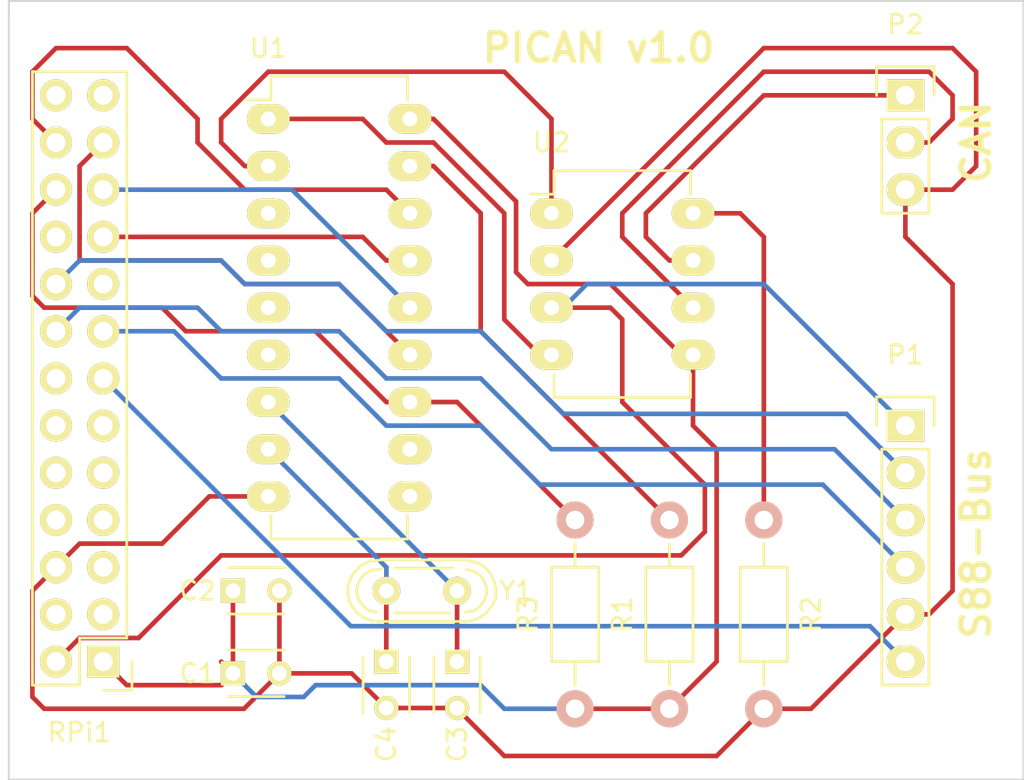
<source format=kicad_pcb>
(kicad_pcb (version 4) (host pcbnew 4.0.1-stable)

  (general
    (links 37)
    (no_connects 0)
    (area 99.706429 59.639999 154.990001 101.650001)
    (thickness 1.6)
    (drawings 9)
    (tracks 174)
    (zones 0)
    (modules 13)
    (nets 21)
  )

  (page A4)
  (layers
    (0 F.Cu signal)
    (31 B.Cu signal)
    (32 B.Adhes user)
    (33 F.Adhes user)
    (34 B.Paste user)
    (35 F.Paste user)
    (36 B.SilkS user)
    (37 F.SilkS user)
    (38 B.Mask user)
    (39 F.Mask user)
    (40 Dwgs.User user)
    (41 Cmts.User user)
    (42 Eco1.User user)
    (43 Eco2.User user)
    (44 Edge.Cuts user)
    (45 Margin user)
    (46 B.CrtYd user)
    (47 F.CrtYd user)
    (48 B.Fab user)
    (49 F.Fab user)
  )

  (setup
    (last_trace_width 0.25)
    (trace_clearance 0.2)
    (zone_clearance 0.508)
    (zone_45_only no)
    (trace_min 0.2)
    (segment_width 0.2)
    (edge_width 0.1)
    (via_size 0.6)
    (via_drill 0.4)
    (via_min_size 0.4)
    (via_min_drill 0.3)
    (uvia_size 0.3)
    (uvia_drill 0.1)
    (uvias_allowed no)
    (uvia_min_size 0.2)
    (uvia_min_drill 0.1)
    (pcb_text_width 0.3)
    (pcb_text_size 1.5 1.5)
    (mod_edge_width 0.15)
    (mod_text_size 1 1)
    (mod_text_width 0.15)
    (pad_size 1.5 1.5)
    (pad_drill 0.6)
    (pad_to_mask_clearance 0)
    (aux_axis_origin 0 0)
    (visible_elements 7FFFFFFF)
    (pcbplotparams
      (layerselection 0x010f0_80000001)
      (usegerberextensions false)
      (excludeedgelayer true)
      (linewidth 0.100000)
      (plotframeref false)
      (viasonmask false)
      (mode 1)
      (useauxorigin false)
      (hpglpennumber 1)
      (hpglpenspeed 20)
      (hpglpendiameter 15)
      (hpglpenoverlay 2)
      (psnegative false)
      (psa4output false)
      (plotreference true)
      (plotvalue true)
      (plotinvisibletext false)
      (padsonsilk false)
      (subtractmaskfromsilk false)
      (outputformat 1)
      (mirror false)
      (drillshape 0)
      (scaleselection 1)
      (outputdirectory gerber/))
  )

  (net 0 "")
  (net 1 +3V3)
  (net 2 GND)
  (net 3 "Net-(C3-Pad1)")
  (net 4 "Net-(C4-Pad1)")
  (net 5 +5V)
  (net 6 /S88_RESET)
  (net 7 /S88_PS)
  (net 8 /S88_CLOCK)
  (net 9 /S88_DATA)
  (net 10 "Net-(P2-Pad1)")
  (net 11 "Net-(P2-Pad2)")
  (net 12 "Net-(R1-Pad2)")
  (net 13 "Net-(R2-Pad1)")
  (net 14 /SPI_MISO)
  (net 15 /SPI_MOSI)
  (net 16 /SPI_CLK)
  (net 17 /SPI_CS)
  (net 18 "Net-(U1-Pad1)")
  (net 19 "Net-(R3-Pad1)")
  (net 20 "Net-(U1-Pad2)")

  (net_class Default "Dies ist die voreingestellte Netzklasse."
    (clearance 0.2)
    (trace_width 0.25)
    (via_dia 0.6)
    (via_drill 0.4)
    (uvia_dia 0.3)
    (uvia_drill 0.1)
    (add_net +3V3)
    (add_net +5V)
    (add_net /S88_CLOCK)
    (add_net /S88_DATA)
    (add_net /S88_PS)
    (add_net /S88_RESET)
    (add_net /SPI_CLK)
    (add_net /SPI_CS)
    (add_net /SPI_MISO)
    (add_net /SPI_MOSI)
    (add_net GND)
    (add_net "Net-(C3-Pad1)")
    (add_net "Net-(C4-Pad1)")
    (add_net "Net-(P2-Pad1)")
    (add_net "Net-(P2-Pad2)")
    (add_net "Net-(R1-Pad2)")
    (add_net "Net-(R2-Pad1)")
    (add_net "Net-(R3-Pad1)")
    (add_net "Net-(U1-Pad1)")
    (add_net "Net-(U1-Pad2)")
  )

  (module Capacitors_ThroughHole:C_Disc_D3_P2.5 (layer F.Cu) (tedit 5697AFD7) (tstamp 5697AE96)
    (at 112.395 95.885)
    (descr "Capacitor 3mm Disc, Pitch 2.5mm")
    (tags Capacitor)
    (path /5696C3C5)
    (fp_text reference C1 (at -1.905 0) (layer F.SilkS)
      (effects (font (size 1 1) (thickness 0.15)))
    )
    (fp_text value 100nF (at 1.25 2.5) (layer F.Fab)
      (effects (font (size 1 1) (thickness 0.15)))
    )
    (fp_line (start -0.9 -1.5) (end 3.4 -1.5) (layer F.CrtYd) (width 0.05))
    (fp_line (start 3.4 -1.5) (end 3.4 1.5) (layer F.CrtYd) (width 0.05))
    (fp_line (start 3.4 1.5) (end -0.9 1.5) (layer F.CrtYd) (width 0.05))
    (fp_line (start -0.9 1.5) (end -0.9 -1.5) (layer F.CrtYd) (width 0.05))
    (fp_line (start -0.25 -1.25) (end 2.75 -1.25) (layer F.SilkS) (width 0.15))
    (fp_line (start 2.75 1.25) (end -0.25 1.25) (layer F.SilkS) (width 0.15))
    (pad 1 thru_hole rect (at 0 0) (size 1.3 1.3) (drill 0.8) (layers *.Cu *.Mask F.SilkS)
      (net 1 +3V3))
    (pad 2 thru_hole circle (at 2.5 0) (size 1.3 1.3) (drill 0.8001) (layers *.Cu *.Mask F.SilkS)
      (net 2 GND))
    (model Capacitors_ThroughHole.3dshapes/C_Disc_D3_P2.5.wrl
      (at (xyz 0.0492126 0 0))
      (scale (xyz 1 1 1))
      (rotate (xyz 0 0 0))
    )
  )

  (module Pin_Headers:Pin_Header_Straight_2x13 (layer F.Cu) (tedit 5697AFED) (tstamp 5697AF3B)
    (at 105.41 95.25 180)
    (descr "Through hole pin header")
    (tags "pin header")
    (path /5697A18F)
    (fp_text reference RPi1 (at 1.27 -3.81 180) (layer F.SilkS)
      (effects (font (size 1 1) (thickness 0.15)))
    )
    (fp_text value RASPBERRY_IO (at 0 -3.1 180) (layer F.Fab)
      (effects (font (size 1 1) (thickness 0.15)))
    )
    (fp_line (start -1.75 -1.75) (end -1.75 32.25) (layer F.CrtYd) (width 0.05))
    (fp_line (start 4.3 -1.75) (end 4.3 32.25) (layer F.CrtYd) (width 0.05))
    (fp_line (start -1.75 -1.75) (end 4.3 -1.75) (layer F.CrtYd) (width 0.05))
    (fp_line (start -1.75 32.25) (end 4.3 32.25) (layer F.CrtYd) (width 0.05))
    (fp_line (start 3.81 -1.27) (end 3.81 31.75) (layer F.SilkS) (width 0.15))
    (fp_line (start -1.27 1.27) (end -1.27 31.75) (layer F.SilkS) (width 0.15))
    (fp_line (start 3.81 31.75) (end -1.27 31.75) (layer F.SilkS) (width 0.15))
    (fp_line (start 3.81 -1.27) (end 1.27 -1.27) (layer F.SilkS) (width 0.15))
    (fp_line (start 0 -1.55) (end -1.55 -1.55) (layer F.SilkS) (width 0.15))
    (fp_line (start 1.27 -1.27) (end 1.27 1.27) (layer F.SilkS) (width 0.15))
    (fp_line (start 1.27 1.27) (end -1.27 1.27) (layer F.SilkS) (width 0.15))
    (fp_line (start -1.55 -1.55) (end -1.55 0) (layer F.SilkS) (width 0.15))
    (pad 1 thru_hole rect (at 0 0 180) (size 1.7272 1.7272) (drill 1.016) (layers *.Cu *.Mask F.SilkS)
      (net 1 +3V3))
    (pad 2 thru_hole oval (at 2.54 0 180) (size 1.7272 1.7272) (drill 1.016) (layers *.Cu *.Mask F.SilkS)
      (net 5 +5V))
    (pad 3 thru_hole oval (at 0 2.54 180) (size 1.7272 1.7272) (drill 1.016) (layers *.Cu *.Mask F.SilkS))
    (pad 4 thru_hole oval (at 2.54 2.54 180) (size 1.7272 1.7272) (drill 1.016) (layers *.Cu *.Mask F.SilkS))
    (pad 5 thru_hole oval (at 0 5.08 180) (size 1.7272 1.7272) (drill 1.016) (layers *.Cu *.Mask F.SilkS))
    (pad 6 thru_hole oval (at 2.54 5.08 180) (size 1.7272 1.7272) (drill 1.016) (layers *.Cu *.Mask F.SilkS)
      (net 2 GND))
    (pad 7 thru_hole oval (at 0 7.62 180) (size 1.7272 1.7272) (drill 1.016) (layers *.Cu *.Mask F.SilkS))
    (pad 8 thru_hole oval (at 2.54 7.62 180) (size 1.7272 1.7272) (drill 1.016) (layers *.Cu *.Mask F.SilkS))
    (pad 9 thru_hole oval (at 0 10.16 180) (size 1.7272 1.7272) (drill 1.016) (layers *.Cu *.Mask F.SilkS))
    (pad 10 thru_hole oval (at 2.54 10.16 180) (size 1.7272 1.7272) (drill 1.016) (layers *.Cu *.Mask F.SilkS))
    (pad 11 thru_hole oval (at 0 12.7 180) (size 1.7272 1.7272) (drill 1.016) (layers *.Cu *.Mask F.SilkS))
    (pad 12 thru_hole oval (at 2.54 12.7 180) (size 1.7272 1.7272) (drill 1.016) (layers *.Cu *.Mask F.SilkS))
    (pad 13 thru_hole oval (at 0 15.24 180) (size 1.7272 1.7272) (drill 1.016) (layers *.Cu *.Mask F.SilkS)
      (net 9 /S88_DATA))
    (pad 14 thru_hole oval (at 2.54 15.24 180) (size 1.7272 1.7272) (drill 1.016) (layers *.Cu *.Mask F.SilkS))
    (pad 15 thru_hole oval (at 0 17.78 180) (size 1.7272 1.7272) (drill 1.016) (layers *.Cu *.Mask F.SilkS)
      (net 8 /S88_CLOCK))
    (pad 16 thru_hole oval (at 2.54 17.78 180) (size 1.7272 1.7272) (drill 1.016) (layers *.Cu *.Mask F.SilkS)
      (net 7 /S88_PS))
    (pad 17 thru_hole oval (at 0 20.32 180) (size 1.7272 1.7272) (drill 1.016) (layers *.Cu *.Mask F.SilkS))
    (pad 18 thru_hole oval (at 2.54 20.32 180) (size 1.7272 1.7272) (drill 1.016) (layers *.Cu *.Mask F.SilkS)
      (net 6 /S88_RESET))
    (pad 19 thru_hole oval (at 0 22.86 180) (size 1.7272 1.7272) (drill 1.016) (layers *.Cu *.Mask F.SilkS)
      (net 14 /SPI_MISO))
    (pad 20 thru_hole oval (at 2.54 22.86 180) (size 1.7272 1.7272) (drill 1.016) (layers *.Cu *.Mask F.SilkS))
    (pad 21 thru_hole oval (at 0 25.4 180) (size 1.7272 1.7272) (drill 1.016) (layers *.Cu *.Mask F.SilkS)
      (net 15 /SPI_MOSI))
    (pad 22 thru_hole oval (at 2.54 25.4 180) (size 1.7272 1.7272) (drill 1.016) (layers *.Cu *.Mask F.SilkS)
      (net 19 "Net-(R3-Pad1)"))
    (pad 23 thru_hole oval (at 0 27.94 180) (size 1.7272 1.7272) (drill 1.016) (layers *.Cu *.Mask F.SilkS)
      (net 16 /SPI_CLK))
    (pad 24 thru_hole oval (at 2.54 27.94 180) (size 1.7272 1.7272) (drill 1.016) (layers *.Cu *.Mask F.SilkS)
      (net 17 /SPI_CS))
    (pad 25 thru_hole oval (at 0 30.48 180) (size 1.7272 1.7272) (drill 1.016) (layers *.Cu *.Mask F.SilkS))
    (pad 26 thru_hole oval (at 2.54 30.48 180) (size 1.7272 1.7272) (drill 1.016) (layers *.Cu *.Mask F.SilkS))
    (model Pin_Headers.3dshapes/Pin_Header_Straight_2x13.wrl
      (at (xyz 0.05 -0.6 0))
      (scale (xyz 1 1 1))
      (rotate (xyz 0 0 90))
    )
  )

  (module Housings_DIP:DIP-18_W7.62mm_LongPads (layer F.Cu) (tedit 5697AFE9) (tstamp 5697AF5C)
    (at 114.3 66.04)
    (descr "18-lead dip package, row spacing 7.62 mm (300 mils), longer pads")
    (tags "dil dip 2.54 300")
    (path /5696BF61)
    (fp_text reference U1 (at 0 -3.81) (layer F.SilkS)
      (effects (font (size 1 1) (thickness 0.15)))
    )
    (fp_text value MCP2515 (at 0 -3.72) (layer F.Fab)
      (effects (font (size 1 1) (thickness 0.15)))
    )
    (fp_line (start -1.4 -2.45) (end -1.4 22.8) (layer F.CrtYd) (width 0.05))
    (fp_line (start 9 -2.45) (end 9 22.8) (layer F.CrtYd) (width 0.05))
    (fp_line (start -1.4 -2.45) (end 9 -2.45) (layer F.CrtYd) (width 0.05))
    (fp_line (start -1.4 22.8) (end 9 22.8) (layer F.CrtYd) (width 0.05))
    (fp_line (start 0.135 -2.295) (end 0.135 -1.025) (layer F.SilkS) (width 0.15))
    (fp_line (start 7.485 -2.295) (end 7.485 -1.025) (layer F.SilkS) (width 0.15))
    (fp_line (start 7.485 22.615) (end 7.485 21.345) (layer F.SilkS) (width 0.15))
    (fp_line (start 0.135 22.615) (end 0.135 21.345) (layer F.SilkS) (width 0.15))
    (fp_line (start 0.135 -2.295) (end 7.485 -2.295) (layer F.SilkS) (width 0.15))
    (fp_line (start 0.135 22.615) (end 7.485 22.615) (layer F.SilkS) (width 0.15))
    (fp_line (start 0.135 -1.025) (end -1.15 -1.025) (layer F.SilkS) (width 0.15))
    (pad 1 thru_hole oval (at 0 0) (size 2.3 1.6) (drill 0.8) (layers *.Cu *.Mask F.SilkS)
      (net 18 "Net-(U1-Pad1)"))
    (pad 2 thru_hole oval (at 0 2.54) (size 2.3 1.6) (drill 0.8) (layers *.Cu *.Mask F.SilkS)
      (net 20 "Net-(U1-Pad2)"))
    (pad 3 thru_hole oval (at 0 5.08) (size 2.3 1.6) (drill 0.8) (layers *.Cu *.Mask F.SilkS))
    (pad 4 thru_hole oval (at 0 7.62) (size 2.3 1.6) (drill 0.8) (layers *.Cu *.Mask F.SilkS))
    (pad 5 thru_hole oval (at 0 10.16) (size 2.3 1.6) (drill 0.8) (layers *.Cu *.Mask F.SilkS))
    (pad 6 thru_hole oval (at 0 12.7) (size 2.3 1.6) (drill 0.8) (layers *.Cu *.Mask F.SilkS))
    (pad 7 thru_hole oval (at 0 15.24) (size 2.3 1.6) (drill 0.8) (layers *.Cu *.Mask F.SilkS)
      (net 3 "Net-(C3-Pad1)"))
    (pad 8 thru_hole oval (at 0 17.78) (size 2.3 1.6) (drill 0.8) (layers *.Cu *.Mask F.SilkS)
      (net 4 "Net-(C4-Pad1)"))
    (pad 9 thru_hole oval (at 0 20.32) (size 2.3 1.6) (drill 0.8) (layers *.Cu *.Mask F.SilkS)
      (net 2 GND))
    (pad 10 thru_hole oval (at 7.62 20.32) (size 2.3 1.6) (drill 0.8) (layers *.Cu *.Mask F.SilkS))
    (pad 11 thru_hole oval (at 7.62 17.78) (size 2.3 1.6) (drill 0.8) (layers *.Cu *.Mask F.SilkS))
    (pad 12 thru_hole oval (at 7.62 15.24) (size 2.3 1.6) (drill 0.8) (layers *.Cu *.Mask F.SilkS)
      (net 19 "Net-(R3-Pad1)"))
    (pad 13 thru_hole oval (at 7.62 12.7) (size 2.3 1.6) (drill 0.8) (layers *.Cu *.Mask F.SilkS)
      (net 16 /SPI_CLK))
    (pad 14 thru_hole oval (at 7.62 10.16) (size 2.3 1.6) (drill 0.8) (layers *.Cu *.Mask F.SilkS)
      (net 15 /SPI_MOSI))
    (pad 15 thru_hole oval (at 7.62 7.62) (size 2.3 1.6) (drill 0.8) (layers *.Cu *.Mask F.SilkS)
      (net 14 /SPI_MISO))
    (pad 16 thru_hole oval (at 7.62 5.08) (size 2.3 1.6) (drill 0.8) (layers *.Cu *.Mask F.SilkS)
      (net 17 /SPI_CS))
    (pad 17 thru_hole oval (at 7.62 2.54) (size 2.3 1.6) (drill 0.8) (layers *.Cu *.Mask F.SilkS)
      (net 12 "Net-(R1-Pad2)"))
    (pad 18 thru_hole oval (at 7.62 0) (size 2.3 1.6) (drill 0.8) (layers *.Cu *.Mask F.SilkS)
      (net 1 +3V3))
    (model Housings_DIP.3dshapes/DIP-18_W7.62mm_LongPads.wrl
      (at (xyz 0 0 0))
      (scale (xyz 1 1 1))
      (rotate (xyz 0 0 0))
    )
  )

  (module Capacitors_ThroughHole:C_Disc_D3_P2.5 (layer F.Cu) (tedit 5697AFD9) (tstamp 5697AEA2)
    (at 112.395 91.44)
    (descr "Capacitor 3mm Disc, Pitch 2.5mm")
    (tags Capacitor)
    (path /5696C418)
    (fp_text reference C2 (at -1.905 0) (layer F.SilkS)
      (effects (font (size 1 1) (thickness 0.15)))
    )
    (fp_text value 100nF (at 1.25 2.5) (layer F.Fab)
      (effects (font (size 1 1) (thickness 0.15)))
    )
    (fp_line (start -0.9 -1.5) (end 3.4 -1.5) (layer F.CrtYd) (width 0.05))
    (fp_line (start 3.4 -1.5) (end 3.4 1.5) (layer F.CrtYd) (width 0.05))
    (fp_line (start 3.4 1.5) (end -0.9 1.5) (layer F.CrtYd) (width 0.05))
    (fp_line (start -0.9 1.5) (end -0.9 -1.5) (layer F.CrtYd) (width 0.05))
    (fp_line (start -0.25 -1.25) (end 2.75 -1.25) (layer F.SilkS) (width 0.15))
    (fp_line (start 2.75 1.25) (end -0.25 1.25) (layer F.SilkS) (width 0.15))
    (pad 1 thru_hole rect (at 0 0) (size 1.3 1.3) (drill 0.8) (layers *.Cu *.Mask F.SilkS)
      (net 1 +3V3))
    (pad 2 thru_hole circle (at 2.5 0) (size 1.3 1.3) (drill 0.8001) (layers *.Cu *.Mask F.SilkS)
      (net 2 GND))
    (model Capacitors_ThroughHole.3dshapes/C_Disc_D3_P2.5.wrl
      (at (xyz 0.0492126 0 0))
      (scale (xyz 1 1 1))
      (rotate (xyz 0 0 0))
    )
  )

  (module Capacitors_ThroughHole:C_Disc_D3_P2.5 (layer F.Cu) (tedit 5697AFDD) (tstamp 5697AEAE)
    (at 124.46 95.25 270)
    (descr "Capacitor 3mm Disc, Pitch 2.5mm")
    (tags Capacitor)
    (path /5696D2A2)
    (fp_text reference C3 (at 4.445 0 270) (layer F.SilkS)
      (effects (font (size 1 1) (thickness 0.15)))
    )
    (fp_text value 22pF (at 1.25 2.5 270) (layer F.Fab)
      (effects (font (size 1 1) (thickness 0.15)))
    )
    (fp_line (start -0.9 -1.5) (end 3.4 -1.5) (layer F.CrtYd) (width 0.05))
    (fp_line (start 3.4 -1.5) (end 3.4 1.5) (layer F.CrtYd) (width 0.05))
    (fp_line (start 3.4 1.5) (end -0.9 1.5) (layer F.CrtYd) (width 0.05))
    (fp_line (start -0.9 1.5) (end -0.9 -1.5) (layer F.CrtYd) (width 0.05))
    (fp_line (start -0.25 -1.25) (end 2.75 -1.25) (layer F.SilkS) (width 0.15))
    (fp_line (start 2.75 1.25) (end -0.25 1.25) (layer F.SilkS) (width 0.15))
    (pad 1 thru_hole rect (at 0 0 270) (size 1.3 1.3) (drill 0.8) (layers *.Cu *.Mask F.SilkS)
      (net 3 "Net-(C3-Pad1)"))
    (pad 2 thru_hole circle (at 2.5 0 270) (size 1.3 1.3) (drill 0.8001) (layers *.Cu *.Mask F.SilkS)
      (net 2 GND))
    (model Capacitors_ThroughHole.3dshapes/C_Disc_D3_P2.5.wrl
      (at (xyz 0.0492126 0 0))
      (scale (xyz 1 1 1))
      (rotate (xyz 0 0 0))
    )
  )

  (module Capacitors_ThroughHole:C_Disc_D3_P2.5 (layer F.Cu) (tedit 5697AFE0) (tstamp 5697AEBA)
    (at 120.65 95.25 270)
    (descr "Capacitor 3mm Disc, Pitch 2.5mm")
    (tags Capacitor)
    (path /5696D2F9)
    (fp_text reference C4 (at 4.445 0 270) (layer F.SilkS)
      (effects (font (size 1 1) (thickness 0.15)))
    )
    (fp_text value 22pF (at 1.25 2.5 270) (layer F.Fab)
      (effects (font (size 1 1) (thickness 0.15)))
    )
    (fp_line (start -0.9 -1.5) (end 3.4 -1.5) (layer F.CrtYd) (width 0.05))
    (fp_line (start 3.4 -1.5) (end 3.4 1.5) (layer F.CrtYd) (width 0.05))
    (fp_line (start 3.4 1.5) (end -0.9 1.5) (layer F.CrtYd) (width 0.05))
    (fp_line (start -0.9 1.5) (end -0.9 -1.5) (layer F.CrtYd) (width 0.05))
    (fp_line (start -0.25 -1.25) (end 2.75 -1.25) (layer F.SilkS) (width 0.15))
    (fp_line (start 2.75 1.25) (end -0.25 1.25) (layer F.SilkS) (width 0.15))
    (pad 1 thru_hole rect (at 0 0 270) (size 1.3 1.3) (drill 0.8) (layers *.Cu *.Mask F.SilkS)
      (net 4 "Net-(C4-Pad1)"))
    (pad 2 thru_hole circle (at 2.5 0 270) (size 1.3 1.3) (drill 0.8001) (layers *.Cu *.Mask F.SilkS)
      (net 2 GND))
    (model Capacitors_ThroughHole.3dshapes/C_Disc_D3_P2.5.wrl
      (at (xyz 0.0492126 0 0))
      (scale (xyz 1 1 1))
      (rotate (xyz 0 0 0))
    )
  )

  (module Pin_Headers:Pin_Header_Straight_1x06 (layer F.Cu) (tedit 5697EED6) (tstamp 5697AECF)
    (at 148.59 82.55)
    (descr "Through hole pin header")
    (tags "pin header")
    (path /56979B4E)
    (fp_text reference P1 (at 0 -3.81) (layer F.SilkS)
      (effects (font (size 1 1) (thickness 0.15)))
    )
    (fp_text value CONN_01X06 (at 0 -3.1) (layer F.Fab)
      (effects (font (size 1 1) (thickness 0.15)))
    )
    (fp_line (start -1.75 -1.75) (end -1.75 14.45) (layer F.CrtYd) (width 0.05))
    (fp_line (start 1.75 -1.75) (end 1.75 14.45) (layer F.CrtYd) (width 0.05))
    (fp_line (start -1.75 -1.75) (end 1.75 -1.75) (layer F.CrtYd) (width 0.05))
    (fp_line (start -1.75 14.45) (end 1.75 14.45) (layer F.CrtYd) (width 0.05))
    (fp_line (start 1.27 1.27) (end 1.27 13.97) (layer F.SilkS) (width 0.15))
    (fp_line (start 1.27 13.97) (end -1.27 13.97) (layer F.SilkS) (width 0.15))
    (fp_line (start -1.27 13.97) (end -1.27 1.27) (layer F.SilkS) (width 0.15))
    (fp_line (start 1.55 -1.55) (end 1.55 0) (layer F.SilkS) (width 0.15))
    (fp_line (start 1.27 1.27) (end -1.27 1.27) (layer F.SilkS) (width 0.15))
    (fp_line (start -1.55 0) (end -1.55 -1.55) (layer F.SilkS) (width 0.15))
    (fp_line (start -1.55 -1.55) (end 1.55 -1.55) (layer F.SilkS) (width 0.15))
    (pad 1 thru_hole rect (at 0 0) (size 2.032 1.7272) (drill 1.016) (layers *.Cu *.Mask F.SilkS)
      (net 5 +5V))
    (pad 2 thru_hole oval (at 0 2.54) (size 2.032 1.7272) (drill 1.016) (layers *.Cu *.Mask F.SilkS)
      (net 6 /S88_RESET))
    (pad 3 thru_hole oval (at 0 5.08) (size 2.032 1.7272) (drill 1.016) (layers *.Cu *.Mask F.SilkS)
      (net 7 /S88_PS))
    (pad 4 thru_hole oval (at 0 7.62) (size 2.032 1.7272) (drill 1.016) (layers *.Cu *.Mask F.SilkS)
      (net 8 /S88_CLOCK))
    (pad 5 thru_hole oval (at 0 10.16) (size 2.032 1.7272) (drill 1.016) (layers *.Cu *.Mask F.SilkS)
      (net 2 GND))
    (pad 6 thru_hole oval (at 0 12.7) (size 2.032 1.7272) (drill 1.016) (layers *.Cu *.Mask F.SilkS)
      (net 9 /S88_DATA))
    (model Pin_Headers.3dshapes/Pin_Header_Straight_1x06.wrl
      (at (xyz 0 -0.25 0))
      (scale (xyz 1 1 1))
      (rotate (xyz 0 0 90))
    )
  )

  (module Pin_Headers:Pin_Header_Straight_1x03 (layer F.Cu) (tedit 5697EEDE) (tstamp 5697AEE1)
    (at 148.59 64.77)
    (descr "Through hole pin header")
    (tags "pin header")
    (path /5697A502)
    (fp_text reference P2 (at 0 -3.81) (layer F.SilkS)
      (effects (font (size 1 1) (thickness 0.15)))
    )
    (fp_text value CONN_01X03 (at 0 -3.1) (layer F.Fab)
      (effects (font (size 1 1) (thickness 0.15)))
    )
    (fp_line (start -1.75 -1.75) (end -1.75 6.85) (layer F.CrtYd) (width 0.05))
    (fp_line (start 1.75 -1.75) (end 1.75 6.85) (layer F.CrtYd) (width 0.05))
    (fp_line (start -1.75 -1.75) (end 1.75 -1.75) (layer F.CrtYd) (width 0.05))
    (fp_line (start -1.75 6.85) (end 1.75 6.85) (layer F.CrtYd) (width 0.05))
    (fp_line (start -1.27 1.27) (end -1.27 6.35) (layer F.SilkS) (width 0.15))
    (fp_line (start -1.27 6.35) (end 1.27 6.35) (layer F.SilkS) (width 0.15))
    (fp_line (start 1.27 6.35) (end 1.27 1.27) (layer F.SilkS) (width 0.15))
    (fp_line (start 1.55 -1.55) (end 1.55 0) (layer F.SilkS) (width 0.15))
    (fp_line (start 1.27 1.27) (end -1.27 1.27) (layer F.SilkS) (width 0.15))
    (fp_line (start -1.55 0) (end -1.55 -1.55) (layer F.SilkS) (width 0.15))
    (fp_line (start -1.55 -1.55) (end 1.55 -1.55) (layer F.SilkS) (width 0.15))
    (pad 1 thru_hole rect (at 0 0) (size 2.032 1.7272) (drill 1.016) (layers *.Cu *.Mask F.SilkS)
      (net 10 "Net-(P2-Pad1)"))
    (pad 2 thru_hole oval (at 0 2.54) (size 2.032 1.7272) (drill 1.016) (layers *.Cu *.Mask F.SilkS)
      (net 11 "Net-(P2-Pad2)"))
    (pad 3 thru_hole oval (at 0 5.08) (size 2.032 1.7272) (drill 1.016) (layers *.Cu *.Mask F.SilkS)
      (net 2 GND))
    (model Pin_Headers.3dshapes/Pin_Header_Straight_1x03.wrl
      (at (xyz 0 -0.1 0))
      (scale (xyz 1 1 1))
      (rotate (xyz 0 0 90))
    )
  )

  (module Resistors_ThroughHole:Resistor_Horizontal_RM10mm (layer F.Cu) (tedit 5697EE90) (tstamp 5697AEED)
    (at 135.89 92.71 90)
    (descr "Resistor, Axial,  RM 10mm, 1/3W,")
    (tags "Resistor, Axial, RM 10mm, 1/3W,")
    (path /5696C34E)
    (fp_text reference R1 (at 0 -2.54 90) (layer F.SilkS)
      (effects (font (size 1 1) (thickness 0.15)))
    )
    (fp_text value 4k7 (at 3.81 3.81 90) (layer F.Fab)
      (effects (font (size 1 1) (thickness 0.15)))
    )
    (fp_line (start -2.54 -1.27) (end 2.54 -1.27) (layer F.SilkS) (width 0.15))
    (fp_line (start 2.54 -1.27) (end 2.54 1.27) (layer F.SilkS) (width 0.15))
    (fp_line (start 2.54 1.27) (end -2.54 1.27) (layer F.SilkS) (width 0.15))
    (fp_line (start -2.54 1.27) (end -2.54 -1.27) (layer F.SilkS) (width 0.15))
    (fp_line (start -2.54 0) (end -3.81 0) (layer F.SilkS) (width 0.15))
    (fp_line (start 2.54 0) (end 3.81 0) (layer F.SilkS) (width 0.15))
    (pad 1 thru_hole circle (at -5.08 0 90) (size 1.99898 1.99898) (drill 1.00076) (layers *.Cu *.SilkS *.Mask)
      (net 1 +3V3))
    (pad 2 thru_hole circle (at 5.08 0 90) (size 1.99898 1.99898) (drill 1.00076) (layers *.Cu *.SilkS *.Mask)
      (net 12 "Net-(R1-Pad2)"))
    (model Resistors_ThroughHole.3dshapes/Resistor_Horizontal_RM10mm.wrl
      (at (xyz 0 0 0))
      (scale (xyz 0.4 0.4 0.4))
      (rotate (xyz 0 0 0))
    )
  )

  (module Resistors_ThroughHole:Resistor_Horizontal_RM10mm (layer F.Cu) (tedit 5697EE8C) (tstamp 5697AEF9)
    (at 140.97 92.71 270)
    (descr "Resistor, Axial,  RM 10mm, 1/3W,")
    (tags "Resistor, Axial, RM 10mm, 1/3W,")
    (path /5696CAA8)
    (fp_text reference R2 (at 0 -2.54 270) (layer F.SilkS)
      (effects (font (size 1 1) (thickness 0.15)))
    )
    (fp_text value R (at 3.81 3.81 270) (layer F.Fab)
      (effects (font (size 1 1) (thickness 0.15)))
    )
    (fp_line (start -2.54 -1.27) (end 2.54 -1.27) (layer F.SilkS) (width 0.15))
    (fp_line (start 2.54 -1.27) (end 2.54 1.27) (layer F.SilkS) (width 0.15))
    (fp_line (start 2.54 1.27) (end -2.54 1.27) (layer F.SilkS) (width 0.15))
    (fp_line (start -2.54 1.27) (end -2.54 -1.27) (layer F.SilkS) (width 0.15))
    (fp_line (start -2.54 0) (end -3.81 0) (layer F.SilkS) (width 0.15))
    (fp_line (start 2.54 0) (end 3.81 0) (layer F.SilkS) (width 0.15))
    (pad 1 thru_hole circle (at -5.08 0 270) (size 1.99898 1.99898) (drill 1.00076) (layers *.Cu *.SilkS *.Mask)
      (net 13 "Net-(R2-Pad1)"))
    (pad 2 thru_hole circle (at 5.08 0 270) (size 1.99898 1.99898) (drill 1.00076) (layers *.Cu *.SilkS *.Mask)
      (net 2 GND))
    (model Resistors_ThroughHole.3dshapes/Resistor_Horizontal_RM10mm.wrl
      (at (xyz 0 0 0))
      (scale (xyz 0.4 0.4 0.4))
      (rotate (xyz 0 0 0))
    )
  )

  (module Resistors_ThroughHole:Resistor_Horizontal_RM10mm (layer F.Cu) (tedit 5697AE2D) (tstamp 5697AF05)
    (at 130.81 92.71 270)
    (descr "Resistor, Axial,  RM 10mm, 1/3W,")
    (tags "Resistor, Axial, RM 10mm, 1/3W,")
    (path /5697BE87)
    (fp_text reference R3 (at 0 2.54 270) (layer F.SilkS)
      (effects (font (size 1 1) (thickness 0.15)))
    )
    (fp_text value 18k (at 3.81 3.81 270) (layer F.Fab)
      (effects (font (size 1 1) (thickness 0.15)))
    )
    (fp_line (start -2.54 -1.27) (end 2.54 -1.27) (layer F.SilkS) (width 0.15))
    (fp_line (start 2.54 -1.27) (end 2.54 1.27) (layer F.SilkS) (width 0.15))
    (fp_line (start 2.54 1.27) (end -2.54 1.27) (layer F.SilkS) (width 0.15))
    (fp_line (start -2.54 1.27) (end -2.54 -1.27) (layer F.SilkS) (width 0.15))
    (fp_line (start -2.54 0) (end -3.81 0) (layer F.SilkS) (width 0.15))
    (fp_line (start 2.54 0) (end 3.81 0) (layer F.SilkS) (width 0.15))
    (pad 1 thru_hole circle (at -5.08 0 270) (size 1.99898 1.99898) (drill 1.00076) (layers *.Cu *.SilkS *.Mask)
      (net 19 "Net-(R3-Pad1)"))
    (pad 2 thru_hole circle (at 5.08 0 270) (size 1.99898 1.99898) (drill 1.00076) (layers *.Cu *.SilkS *.Mask)
      (net 1 +3V3))
    (model Resistors_ThroughHole.3dshapes/Resistor_Horizontal_RM10mm.wrl
      (at (xyz 0 0 0))
      (scale (xyz 0.4 0.4 0.4))
      (rotate (xyz 0 0 0))
    )
  )

  (module Housings_DIP:DIP-8_W7.62mm_LongPads (layer F.Cu) (tedit 5697AFE7) (tstamp 5697AF73)
    (at 129.54 71.12)
    (descr "8-lead dip package, row spacing 7.62 mm (300 mils), longer pads")
    (tags "dil dip 2.54 300")
    (path /5697F9A0)
    (fp_text reference U2 (at 0 -3.81) (layer F.SilkS)
      (effects (font (size 1 1) (thickness 0.15)))
    )
    (fp_text value MCP2562 (at 0 -3.72) (layer F.Fab)
      (effects (font (size 1 1) (thickness 0.15)))
    )
    (fp_line (start -1.4 -2.45) (end -1.4 10.1) (layer F.CrtYd) (width 0.05))
    (fp_line (start 9 -2.45) (end 9 10.1) (layer F.CrtYd) (width 0.05))
    (fp_line (start -1.4 -2.45) (end 9 -2.45) (layer F.CrtYd) (width 0.05))
    (fp_line (start -1.4 10.1) (end 9 10.1) (layer F.CrtYd) (width 0.05))
    (fp_line (start 0.135 -2.295) (end 0.135 -1.025) (layer F.SilkS) (width 0.15))
    (fp_line (start 7.485 -2.295) (end 7.485 -1.025) (layer F.SilkS) (width 0.15))
    (fp_line (start 7.485 9.915) (end 7.485 8.645) (layer F.SilkS) (width 0.15))
    (fp_line (start 0.135 9.915) (end 0.135 8.645) (layer F.SilkS) (width 0.15))
    (fp_line (start 0.135 -2.295) (end 7.485 -2.295) (layer F.SilkS) (width 0.15))
    (fp_line (start 0.135 9.915) (end 7.485 9.915) (layer F.SilkS) (width 0.15))
    (fp_line (start 0.135 -1.025) (end -1.15 -1.025) (layer F.SilkS) (width 0.15))
    (pad 1 thru_hole oval (at 0 0) (size 2.3 1.6) (drill 0.8) (layers *.Cu *.Mask F.SilkS)
      (net 20 "Net-(U1-Pad2)"))
    (pad 2 thru_hole oval (at 0 2.54) (size 2.3 1.6) (drill 0.8) (layers *.Cu *.Mask F.SilkS)
      (net 2 GND))
    (pad 3 thru_hole oval (at 0 5.08) (size 2.3 1.6) (drill 0.8) (layers *.Cu *.Mask F.SilkS)
      (net 5 +5V))
    (pad 4 thru_hole oval (at 0 7.62) (size 2.3 1.6) (drill 0.8) (layers *.Cu *.Mask F.SilkS)
      (net 18 "Net-(U1-Pad1)"))
    (pad 5 thru_hole oval (at 7.62 7.62) (size 2.3 1.6) (drill 0.8) (layers *.Cu *.Mask F.SilkS)
      (net 1 +3V3))
    (pad 6 thru_hole oval (at 7.62 5.08) (size 2.3 1.6) (drill 0.8) (layers *.Cu *.Mask F.SilkS)
      (net 11 "Net-(P2-Pad2)"))
    (pad 7 thru_hole oval (at 7.62 2.54) (size 2.3 1.6) (drill 0.8) (layers *.Cu *.Mask F.SilkS)
      (net 10 "Net-(P2-Pad1)"))
    (pad 8 thru_hole oval (at 7.62 0) (size 2.3 1.6) (drill 0.8) (layers *.Cu *.Mask F.SilkS)
      (net 13 "Net-(R2-Pad1)"))
    (model Housings_DIP.3dshapes/DIP-8_W7.62mm_LongPads.wrl
      (at (xyz 0 0 0))
      (scale (xyz 1 1 1))
      (rotate (xyz 0 0 0))
    )
  )

  (module Crystals:Crystal_HC52-U_Vertical (layer F.Cu) (tedit 5697AFE2) (tstamp 5697AFA7)
    (at 122.555 91.44 180)
    (descr "Crystal, Quarz, HC52/U, vertical, stehend,")
    (tags "Crystal, Quarz, HC52/U, vertical, stehend,")
    (path /5696C5DD)
    (fp_text reference Y1 (at -5.08 0 180) (layer F.SilkS)
      (effects (font (size 1 1) (thickness 0.15)))
    )
    (fp_text value 16MHz (at 0 3.81 180) (layer F.Fab)
      (effects (font (size 1 1) (thickness 0.15)))
    )
    (fp_line (start 1.4605 -1.19126) (end -1.50114 -1.19126) (layer F.SilkS) (width 0.15))
    (fp_line (start 2.21996 1.66116) (end -2.41046 1.66116) (layer F.SilkS) (width 0.15))
    (fp_line (start -1.69926 1.2192) (end 1.45034 1.2192) (layer F.SilkS) (width 0.15))
    (fp_line (start 2.39014 -1.15062) (end 2.80924 -1.06934) (layer F.SilkS) (width 0.15))
    (fp_line (start 2.80924 -1.06934) (end 3.09118 -0.889) (layer F.SilkS) (width 0.15))
    (fp_line (start 3.09118 -0.889) (end 3.35026 -0.55118) (layer F.SilkS) (width 0.15))
    (fp_line (start 3.35026 -0.55118) (end 3.4798 -0.22098) (layer F.SilkS) (width 0.15))
    (fp_line (start 3.4798 -0.22098) (end 3.51028 0.02032) (layer F.SilkS) (width 0.15))
    (fp_line (start 3.51028 0.02032) (end 3.41884 0.40894) (layer F.SilkS) (width 0.15))
    (fp_line (start 3.41884 0.40894) (end 3.25882 0.70104) (layer F.SilkS) (width 0.15))
    (fp_line (start 3.25882 0.70104) (end 2.98958 0.96012) (layer F.SilkS) (width 0.15))
    (fp_line (start 2.98958 0.96012) (end 2.63906 1.1303) (layer F.SilkS) (width 0.15))
    (fp_line (start 2.63906 1.1303) (end 2.14884 1.16078) (layer F.SilkS) (width 0.15))
    (fp_line (start -2.41046 1.15062) (end -2.80924 1.04902) (layer F.SilkS) (width 0.15))
    (fp_line (start -2.80924 1.04902) (end -3.13944 0.84074) (layer F.SilkS) (width 0.15))
    (fp_line (start -3.13944 0.84074) (end -3.36042 0.54102) (layer F.SilkS) (width 0.15))
    (fp_line (start -3.36042 0.54102) (end -3.48996 0.21082) (layer F.SilkS) (width 0.15))
    (fp_line (start -3.48996 0.21082) (end -3.48996 -0.17018) (layer F.SilkS) (width 0.15))
    (fp_line (start -3.48996 -0.17018) (end -3.36042 -0.54102) (layer F.SilkS) (width 0.15))
    (fp_line (start -3.36042 -0.54102) (end -3.12928 -0.8509) (layer F.SilkS) (width 0.15))
    (fp_line (start -3.12928 -0.8509) (end -2.8702 -1.04902) (layer F.SilkS) (width 0.15))
    (fp_line (start -2.8702 -1.04902) (end -2.54 -1.1303) (layer F.SilkS) (width 0.15))
    (fp_line (start -2.54 -1.1303) (end -2.32918 -1.15062) (layer F.SilkS) (width 0.15))
    (fp_line (start -2.39014 -1.651) (end 2.32918 -1.651) (layer F.SilkS) (width 0.15))
    (fp_line (start 2.32918 -1.651) (end 2.66954 -1.61036) (layer F.SilkS) (width 0.15))
    (fp_line (start 2.66954 -1.61036) (end 3.04038 -1.49098) (layer F.SilkS) (width 0.15))
    (fp_line (start 3.04038 -1.49098) (end 3.4798 -1.19126) (layer F.SilkS) (width 0.15))
    (fp_line (start 3.4798 -1.19126) (end 3.8608 -0.6604) (layer F.SilkS) (width 0.15))
    (fp_line (start 3.8608 -0.6604) (end 3.99034 -0.10922) (layer F.SilkS) (width 0.15))
    (fp_line (start 3.99034 -0.10922) (end 3.95986 0.28956) (layer F.SilkS) (width 0.15))
    (fp_line (start 3.95986 0.28956) (end 3.76936 0.83058) (layer F.SilkS) (width 0.15))
    (fp_line (start 3.76936 0.83058) (end 3.2893 1.34874) (layer F.SilkS) (width 0.15))
    (fp_line (start 3.2893 1.34874) (end 2.77876 1.6002) (layer F.SilkS) (width 0.15))
    (fp_line (start 2.77876 1.6002) (end 2.24028 1.651) (layer F.SilkS) (width 0.15))
    (fp_line (start -2.42062 1.64084) (end -2.90068 1.53924) (layer F.SilkS) (width 0.15))
    (fp_line (start -2.90068 1.53924) (end -3.24104 1.39954) (layer F.SilkS) (width 0.15))
    (fp_line (start -3.24104 1.39954) (end -3.52044 1.15062) (layer F.SilkS) (width 0.15))
    (fp_line (start -3.52044 1.15062) (end -3.73888 0.87122) (layer F.SilkS) (width 0.15))
    (fp_line (start -3.73888 0.87122) (end -3.91922 0.45974) (layer F.SilkS) (width 0.15))
    (fp_line (start -3.91922 0.45974) (end -3.99034 0.07112) (layer F.SilkS) (width 0.15))
    (fp_line (start -3.99034 0.07112) (end -3.97002 -0.4191) (layer F.SilkS) (width 0.15))
    (fp_line (start -3.97002 -0.4191) (end -3.77952 -0.82042) (layer F.SilkS) (width 0.15))
    (fp_line (start -3.77952 -0.82042) (end -3.46964 -1.19126) (layer F.SilkS) (width 0.15))
    (fp_line (start -3.46964 -1.19126) (end -3.11912 -1.45034) (layer F.SilkS) (width 0.15))
    (fp_line (start -3.11912 -1.45034) (end -2.77876 -1.57988) (layer F.SilkS) (width 0.15))
    (fp_line (start -2.77876 -1.57988) (end -2.37998 -1.651) (layer F.SilkS) (width 0.15))
    (pad 1 thru_hole circle (at -1.89992 0 180) (size 1.50114 1.50114) (drill 0.8001) (layers *.Cu *.Mask F.SilkS)
      (net 3 "Net-(C3-Pad1)"))
    (pad 2 thru_hole circle (at 1.89992 0 180) (size 1.50114 1.50114) (drill 0.8001) (layers *.Cu *.Mask F.SilkS)
      (net 4 "Net-(C4-Pad1)"))
  )

  (gr_line (start 100.33 101.6) (end 154.94 101.6) (angle 90) (layer Edge.Cuts) (width 0.1))
  (gr_line (start 100.33 60.96) (end 100.33 101.6) (angle 90) (layer Edge.Cuts) (width 0.1))
  (gr_line (start 154.94 59.69) (end 100.33 59.69) (angle 90) (layer Edge.Cuts) (width 0.1))
  (gr_line (start 100.33 60.96) (end 100.33 59.69) (angle 90) (layer Edge.Cuts) (width 0.1))
  (gr_line (start 100.33 59.69) (end 100.33 60.325) (angle 90) (layer Edge.Cuts) (width 0.1))
  (gr_line (start 154.94 101.6) (end 154.94 59.69) (angle 90) (layer Edge.Cuts) (width 0.1))
  (gr_text "PICAN v1.0\n" (at 132.08 62.23) (layer F.SilkS)
    (effects (font (size 1.5 1.5) (thickness 0.3)))
  )
  (gr_text CAN (at 152.4 67.31 90) (layer F.SilkS)
    (effects (font (size 1.5 1.5) (thickness 0.3)))
  )
  (gr_text "S88-Bus\n" (at 152.4 88.9 90) (layer F.SilkS)
    (effects (font (size 1.5 1.5) (thickness 0.3)))
  )

  (segment (start 130.81 97.79) (end 127 97.79) (width 0.25) (layer B.Cu) (net 1))
  (segment (start 113.665 97.155) (end 112.395 95.885) (width 0.25) (layer B.Cu) (net 1) (tstamp 569803B0))
  (segment (start 116.205 97.155) (end 113.665 97.155) (width 0.25) (layer B.Cu) (net 1) (tstamp 569803AF))
  (segment (start 116.84 96.52) (end 116.205 97.155) (width 0.25) (layer B.Cu) (net 1) (tstamp 569803AD))
  (segment (start 125.73 96.52) (end 116.84 96.52) (width 0.25) (layer B.Cu) (net 1) (tstamp 569803A6))
  (segment (start 127 97.79) (end 125.73 96.52) (width 0.25) (layer B.Cu) (net 1) (tstamp 569803A1))
  (segment (start 137.16 78.74) (end 136.525 78.74) (width 0.25) (layer F.Cu) (net 1))
  (segment (start 136.525 78.74) (end 132.715 74.93) (width 0.25) (layer F.Cu) (net 1) (tstamp 569802D7))
  (segment (start 123.19 66.04) (end 121.92 66.04) (width 0.25) (layer F.Cu) (net 1) (tstamp 569802E9))
  (segment (start 127.635 70.485) (end 123.19 66.04) (width 0.25) (layer F.Cu) (net 1) (tstamp 569802E5))
  (segment (start 127.635 74.295) (end 127.635 70.485) (width 0.25) (layer F.Cu) (net 1) (tstamp 569802E2))
  (segment (start 128.27 74.93) (end 127.635 74.295) (width 0.25) (layer F.Cu) (net 1) (tstamp 569802E1))
  (segment (start 132.715 74.93) (end 128.27 74.93) (width 0.25) (layer F.Cu) (net 1) (tstamp 569802DD))
  (segment (start 111.76 95.25) (end 112.395 95.885) (width 0.25) (layer F.Cu) (net 1) (tstamp 5697F09C))
  (segment (start 105.41 95.25) (end 106.68 96.52) (width 0.25) (layer F.Cu) (net 1))
  (segment (start 106.68 96.52) (end 111.76 96.52) (width 0.25) (layer F.Cu) (net 1) (tstamp 56980159))
  (segment (start 111.76 96.52) (end 112.395 95.885) (width 0.25) (layer F.Cu) (net 1) (tstamp 5698015D))
  (segment (start 112.395 95.885) (end 112.395 91.44) (width 0.25) (layer F.Cu) (net 1))
  (segment (start 130.81 97.79) (end 135.89 97.79) (width 0.25) (layer F.Cu) (net 1))
  (segment (start 137.16 78.74) (end 137.16 82.55) (width 0.25) (layer F.Cu) (net 1))
  (segment (start 138.43 95.25) (end 135.89 97.79) (width 0.25) (layer F.Cu) (net 1) (tstamp 5697EFC2))
  (segment (start 138.43 83.82) (end 138.43 95.25) (width 0.25) (layer F.Cu) (net 1) (tstamp 5697EFC0))
  (segment (start 137.16 82.55) (end 138.43 83.82) (width 0.25) (layer F.Cu) (net 1) (tstamp 5697EFBE))
  (segment (start 148.59 69.85) (end 148.59 72.39) (width 0.25) (layer F.Cu) (net 2))
  (segment (start 148.59 72.39) (end 151.13 74.93) (width 0.25) (layer F.Cu) (net 2) (tstamp 56980129))
  (segment (start 151.13 74.93) (end 151.13 91.44) (width 0.25) (layer F.Cu) (net 2) (tstamp 5698012B))
  (segment (start 151.13 91.44) (end 149.86 92.71) (width 0.25) (layer F.Cu) (net 2) (tstamp 56980132))
  (segment (start 149.86 92.71) (end 148.59 92.71) (width 0.25) (layer F.Cu) (net 2) (tstamp 56980133))
  (segment (start 148.59 69.85) (end 151.13 69.85) (width 0.25) (layer F.Cu) (net 2))
  (segment (start 140.97 62.23) (end 129.54 73.66) (width 0.25) (layer F.Cu) (net 2) (tstamp 5697EFD5))
  (segment (start 151.13 62.23) (end 140.97 62.23) (width 0.25) (layer F.Cu) (net 2) (tstamp 5697EFD4))
  (segment (start 152.4 63.5) (end 151.13 62.23) (width 0.25) (layer F.Cu) (net 2) (tstamp 5697EFD3))
  (segment (start 152.4 68.58) (end 152.4 63.5) (width 0.25) (layer F.Cu) (net 2) (tstamp 5697EFD2))
  (segment (start 151.13 69.85) (end 152.4 68.58) (width 0.25) (layer F.Cu) (net 2) (tstamp 5697EFD1))
  (segment (start 140.97 97.79) (end 143.51 97.79) (width 0.25) (layer F.Cu) (net 2))
  (segment (start 143.51 97.79) (end 148.59 92.71) (width 0.25) (layer F.Cu) (net 2) (tstamp 5697EFF1))
  (segment (start 138.43 100.33) (end 127 100.33) (width 0.25) (layer F.Cu) (net 2))
  (segment (start 127 100.33) (end 124.46 97.79) (width 0.25) (layer F.Cu) (net 2) (tstamp 5697F010))
  (segment (start 140.97 97.79) (end 138.43 100.33) (width 0.25) (layer F.Cu) (net 2))
  (segment (start 102.87 90.17) (end 101.6 91.44) (width 0.25) (layer F.Cu) (net 2))
  (segment (start 101.6 91.44) (end 101.6 97.155) (width 0.25) (layer F.Cu) (net 2) (tstamp 5698026E))
  (segment (start 101.6 97.155) (end 102.235 97.79) (width 0.25) (layer F.Cu) (net 2) (tstamp 5698026F))
  (segment (start 102.235 97.79) (end 112.99 97.79) (width 0.25) (layer F.Cu) (net 2) (tstamp 56980273))
  (segment (start 112.99 97.79) (end 114.895 95.885) (width 0.25) (layer F.Cu) (net 2) (tstamp 56980276))
  (segment (start 114.3 86.36) (end 111.125 86.36) (width 0.25) (layer F.Cu) (net 2))
  (segment (start 111.125 86.36) (end 108.585 88.9) (width 0.25) (layer F.Cu) (net 2) (tstamp 5698027E))
  (segment (start 108.585 88.9) (end 104.14 88.9) (width 0.25) (layer F.Cu) (net 2) (tstamp 56980284))
  (segment (start 104.14 88.9) (end 102.87 90.17) (width 0.25) (layer F.Cu) (net 2) (tstamp 56980286))
  (segment (start 114.895 95.885) (end 118.785 95.885) (width 0.25) (layer F.Cu) (net 2))
  (segment (start 118.785 95.885) (end 120.65 97.75) (width 0.25) (layer F.Cu) (net 2) (tstamp 5697F060))
  (segment (start 114.895 91.44) (end 114.895 95.885) (width 0.25) (layer F.Cu) (net 2))
  (segment (start 124.46 97.75) (end 120.65 97.75) (width 0.25) (layer F.Cu) (net 2))
  (segment (start 124.46 97.79) (end 124.46 97.75) (width 0.25) (layer F.Cu) (net 2) (tstamp 5697F012))
  (segment (start 103.505 90.17) (end 102.87 90.17) (width 0.25) (layer F.Cu) (net 2))
  (segment (start 124.45492 91.44) (end 124.45492 91.43492) (width 0.25) (layer B.Cu) (net 3))
  (segment (start 124.45492 91.43492) (end 114.3 81.28) (width 0.25) (layer B.Cu) (net 3) (tstamp 56980366))
  (segment (start 124.45492 91.44) (end 124.45492 90.79992) (width 0.25) (layer F.Cu) (net 3))
  (segment (start 124.46 95.25) (end 124.46 91.44508) (width 0.25) (layer F.Cu) (net 3))
  (segment (start 124.46 91.44508) (end 124.45492 91.44) (width 0.25) (layer F.Cu) (net 3) (tstamp 5697F048))
  (segment (start 120.65508 91.44) (end 120.65508 90.17508) (width 0.25) (layer B.Cu) (net 4))
  (segment (start 120.65508 90.17508) (end 114.3 83.82) (width 0.25) (layer B.Cu) (net 4) (tstamp 56980361))
  (segment (start 120.65 95.25) (end 120.65 91.44508) (width 0.25) (layer F.Cu) (net 4))
  (segment (start 120.65 91.44508) (end 120.65508 91.44) (width 0.25) (layer F.Cu) (net 4) (tstamp 5697F041))
  (segment (start 129.54 76.2) (end 130.175 76.2) (width 0.25) (layer B.Cu) (net 5))
  (segment (start 130.175 76.2) (end 131.445 74.93) (width 0.25) (layer B.Cu) (net 5) (tstamp 5698045A))
  (segment (start 140.97 74.93) (end 148.59 82.55) (width 0.25) (layer B.Cu) (net 5) (tstamp 56980461))
  (segment (start 131.445 74.93) (end 140.97 74.93) (width 0.25) (layer B.Cu) (net 5) (tstamp 5698045D))
  (segment (start 129.54 76.2) (end 132.715 76.2) (width 0.25) (layer F.Cu) (net 5))
  (segment (start 104.14 93.98) (end 102.87 95.25) (width 0.25) (layer F.Cu) (net 5) (tstamp 56980255))
  (segment (start 107.315 93.98) (end 104.14 93.98) (width 0.25) (layer F.Cu) (net 5) (tstamp 56980253))
  (segment (start 111.76 89.535) (end 107.315 93.98) (width 0.25) (layer F.Cu) (net 5) (tstamp 5698024C))
  (segment (start 136.525 89.535) (end 111.76 89.535) (width 0.25) (layer F.Cu) (net 5) (tstamp 56980245))
  (segment (start 137.795 88.265) (end 136.525 89.535) (width 0.25) (layer F.Cu) (net 5) (tstamp 56980243))
  (segment (start 137.795 85.725) (end 137.795 88.265) (width 0.25) (layer F.Cu) (net 5) (tstamp 56980241))
  (segment (start 133.35 81.28) (end 137.795 85.725) (width 0.25) (layer F.Cu) (net 5) (tstamp 5698023A))
  (segment (start 133.35 76.835) (end 133.35 81.28) (width 0.25) (layer F.Cu) (net 5) (tstamp 56980234))
  (segment (start 132.715 76.2) (end 133.35 76.835) (width 0.25) (layer F.Cu) (net 5) (tstamp 56980226))
  (segment (start 102.87 74.93) (end 104.14 73.66) (width 0.25) (layer B.Cu) (net 6))
  (segment (start 145.415 81.915) (end 148.59 85.09) (width 0.25) (layer B.Cu) (net 6) (tstamp 569804A5))
  (segment (start 130.175 81.915) (end 145.415 81.915) (width 0.25) (layer B.Cu) (net 6) (tstamp 569804A1))
  (segment (start 125.73 77.47) (end 130.175 81.915) (width 0.25) (layer B.Cu) (net 6) (tstamp 5698049F))
  (segment (start 120.65 77.47) (end 125.73 77.47) (width 0.25) (layer B.Cu) (net 6) (tstamp 5698049D))
  (segment (start 118.11 74.93) (end 120.65 77.47) (width 0.25) (layer B.Cu) (net 6) (tstamp 56980499))
  (segment (start 113.03 74.93) (end 118.11 74.93) (width 0.25) (layer B.Cu) (net 6) (tstamp 56980496))
  (segment (start 111.76 73.66) (end 113.03 74.93) (width 0.25) (layer B.Cu) (net 6) (tstamp 56980493))
  (segment (start 104.14 73.66) (end 111.76 73.66) (width 0.25) (layer B.Cu) (net 6) (tstamp 56980492))
  (segment (start 102.87 77.47) (end 104.14 76.2) (width 0.25) (layer B.Cu) (net 7))
  (segment (start 144.78 83.82) (end 148.59 87.63) (width 0.25) (layer B.Cu) (net 7) (tstamp 569804D6))
  (segment (start 129.54 83.82) (end 144.78 83.82) (width 0.25) (layer B.Cu) (net 7) (tstamp 569804D2))
  (segment (start 125.73 80.01) (end 129.54 83.82) (width 0.25) (layer B.Cu) (net 7) (tstamp 569804CB))
  (segment (start 120.65 80.01) (end 125.73 80.01) (width 0.25) (layer B.Cu) (net 7) (tstamp 569804C7))
  (segment (start 118.11 77.47) (end 120.65 80.01) (width 0.25) (layer B.Cu) (net 7) (tstamp 569804C4))
  (segment (start 111.76 77.47) (end 118.11 77.47) (width 0.25) (layer B.Cu) (net 7) (tstamp 569804C1))
  (segment (start 110.49 76.2) (end 111.76 77.47) (width 0.25) (layer B.Cu) (net 7) (tstamp 569804BB))
  (segment (start 104.14 76.2) (end 110.49 76.2) (width 0.25) (layer B.Cu) (net 7) (tstamp 569804BA))
  (segment (start 105.41 77.47) (end 109.22 77.47) (width 0.25) (layer B.Cu) (net 8))
  (segment (start 144.145 85.725) (end 148.59 90.17) (width 0.25) (layer B.Cu) (net 8) (tstamp 569804F0))
  (segment (start 128.905 85.725) (end 144.145 85.725) (width 0.25) (layer B.Cu) (net 8) (tstamp 569804EA))
  (segment (start 125.73 82.55) (end 128.905 85.725) (width 0.25) (layer B.Cu) (net 8) (tstamp 569804E8))
  (segment (start 120.65 82.55) (end 125.73 82.55) (width 0.25) (layer B.Cu) (net 8) (tstamp 569804E6))
  (segment (start 118.11 80.01) (end 120.65 82.55) (width 0.25) (layer B.Cu) (net 8) (tstamp 569804E4))
  (segment (start 111.76 80.01) (end 118.11 80.01) (width 0.25) (layer B.Cu) (net 8) (tstamp 569804E1))
  (segment (start 109.22 77.47) (end 111.76 80.01) (width 0.25) (layer B.Cu) (net 8) (tstamp 569804DD))
  (segment (start 105.41 80.01) (end 118.745 93.345) (width 0.25) (layer B.Cu) (net 9))
  (segment (start 146.685 93.345) (end 148.59 95.25) (width 0.25) (layer B.Cu) (net 9) (tstamp 5698038D))
  (segment (start 118.745 93.345) (end 146.685 93.345) (width 0.25) (layer B.Cu) (net 9) (tstamp 56980385))
  (segment (start 148.59 64.77) (end 140.97 64.77) (width 0.25) (layer F.Cu) (net 10))
  (segment (start 135.89 73.66) (end 137.16 73.66) (width 0.25) (layer F.Cu) (net 10) (tstamp 5697FE1B))
  (segment (start 134.62 72.39) (end 135.89 73.66) (width 0.25) (layer F.Cu) (net 10) (tstamp 5697FE19))
  (segment (start 134.62 71.12) (end 134.62 72.39) (width 0.25) (layer F.Cu) (net 10) (tstamp 5697FE15))
  (segment (start 140.97 64.77) (end 134.62 71.12) (width 0.25) (layer F.Cu) (net 10) (tstamp 5697FE14))
  (segment (start 148.59 67.31) (end 149.86 67.31) (width 0.25) (layer F.Cu) (net 11))
  (segment (start 133.35 72.39) (end 137.16 76.2) (width 0.25) (layer F.Cu) (net 11) (tstamp 5697FEBF))
  (segment (start 133.35 71.12) (end 133.35 72.39) (width 0.25) (layer F.Cu) (net 11) (tstamp 5697FEBA))
  (segment (start 140.97 63.5) (end 133.35 71.12) (width 0.25) (layer F.Cu) (net 11) (tstamp 5697FEB9))
  (segment (start 149.86 63.5) (end 140.97 63.5) (width 0.25) (layer F.Cu) (net 11) (tstamp 5697FEB8))
  (segment (start 151.13 64.77) (end 149.86 63.5) (width 0.25) (layer F.Cu) (net 11) (tstamp 5697FEB7))
  (segment (start 151.13 66.04) (end 151.13 64.77) (width 0.25) (layer F.Cu) (net 11) (tstamp 5697FEB6))
  (segment (start 149.86 67.31) (end 151.13 66.04) (width 0.25) (layer F.Cu) (net 11) (tstamp 5697FEB5))
  (segment (start 135.89 87.63) (end 125.73 77.47) (width 0.25) (layer F.Cu) (net 12))
  (segment (start 123.19 68.58) (end 121.92 68.58) (width 0.25) (layer F.Cu) (net 12) (tstamp 569801FD))
  (segment (start 125.73 71.12) (end 123.19 68.58) (width 0.25) (layer F.Cu) (net 12) (tstamp 569801FB))
  (segment (start 125.73 77.47) (end 125.73 71.12) (width 0.25) (layer F.Cu) (net 12) (tstamp 569801F3))
  (segment (start 137.16 71.12) (end 139.7 71.12) (width 0.25) (layer F.Cu) (net 13))
  (segment (start 140.97 72.39) (end 140.97 87.63) (width 0.25) (layer F.Cu) (net 13) (tstamp 5697FED9))
  (segment (start 139.7 71.12) (end 140.97 72.39) (width 0.25) (layer F.Cu) (net 13) (tstamp 5697FED4))
  (segment (start 105.41 72.39) (end 119.38 72.39) (width 0.25) (layer F.Cu) (net 14))
  (segment (start 120.65 73.66) (end 121.92 73.66) (width 0.25) (layer F.Cu) (net 14) (tstamp 569800C3))
  (segment (start 119.38 72.39) (end 120.65 73.66) (width 0.25) (layer F.Cu) (net 14) (tstamp 569800BD))
  (segment (start 105.41 69.85) (end 115.57 69.85) (width 0.25) (layer B.Cu) (net 15))
  (segment (start 115.57 69.85) (end 121.92 76.2) (width 0.25) (layer B.Cu) (net 15))
  (segment (start 105.41 67.31) (end 104.14 68.58) (width 0.25) (layer F.Cu) (net 16))
  (segment (start 104.14 69.85) (end 104.14 71.12) (width 0.25) (layer F.Cu) (net 16) (tstamp 56980091))
  (segment (start 104.14 68.58) (end 104.14 69.85) (width 0.25) (layer F.Cu) (net 16) (tstamp 56980090))
  (segment (start 104.14 71.12) (end 104.14 72.39) (width 0.25) (layer F.Cu) (net 16) (tstamp 56980096))
  (segment (start 104.14 72.39) (end 104.14 73.66) (width 0.25) (layer F.Cu) (net 16) (tstamp 5698009C))
  (segment (start 104.14 73.66) (end 111.76 73.66) (width 0.25) (layer F.Cu) (net 16) (tstamp 569800A8))
  (segment (start 111.76 73.66) (end 113.03 74.93) (width 0.25) (layer F.Cu) (net 16) (tstamp 569800A9))
  (segment (start 113.03 74.93) (end 118.11 74.93) (width 0.25) (layer F.Cu) (net 16) (tstamp 569800AE))
  (segment (start 118.11 74.93) (end 121.92 78.74) (width 0.25) (layer F.Cu) (net 16) (tstamp 569800AF))
  (segment (start 102.87 67.31) (end 101.6 66.04) (width 0.25) (layer F.Cu) (net 17))
  (segment (start 120.65 69.85) (end 121.92 71.12) (width 0.25) (layer F.Cu) (net 17) (tstamp 5698005C))
  (segment (start 113.03 69.85) (end 120.65 69.85) (width 0.25) (layer F.Cu) (net 17) (tstamp 56980056))
  (segment (start 110.49 67.31) (end 113.03 69.85) (width 0.25) (layer F.Cu) (net 17) (tstamp 56980051))
  (segment (start 110.49 66.04) (end 110.49 67.31) (width 0.25) (layer F.Cu) (net 17) (tstamp 5698004F))
  (segment (start 106.68 62.23) (end 110.49 66.04) (width 0.25) (layer F.Cu) (net 17) (tstamp 5698004E))
  (segment (start 102.87 62.23) (end 106.68 62.23) (width 0.25) (layer F.Cu) (net 17) (tstamp 5698004D))
  (segment (start 101.6 63.5) (end 102.87 62.23) (width 0.25) (layer F.Cu) (net 17) (tstamp 5698004C))
  (segment (start 101.6 66.04) (end 101.6 63.5) (width 0.25) (layer F.Cu) (net 17) (tstamp 5698004B))
  (segment (start 114.3 66.04) (end 119.38 66.04) (width 0.25) (layer F.Cu) (net 18))
  (segment (start 127 76.835) (end 128.905 78.74) (width 0.25) (layer F.Cu) (net 18) (tstamp 569802C8))
  (segment (start 127 71.12) (end 127 76.835) (width 0.25) (layer F.Cu) (net 18) (tstamp 569802C6))
  (segment (start 123.19 67.31) (end 127 71.12) (width 0.25) (layer F.Cu) (net 18) (tstamp 569802C2))
  (segment (start 120.65 67.31) (end 123.19 67.31) (width 0.25) (layer F.Cu) (net 18) (tstamp 569802C0))
  (segment (start 119.38 66.04) (end 120.65 67.31) (width 0.25) (layer F.Cu) (net 18) (tstamp 569802BB))
  (segment (start 128.905 78.74) (end 129.54 78.74) (width 0.25) (layer F.Cu) (net 18) (tstamp 569802CF))
  (segment (start 121.92 81.28) (end 124.46 81.28) (width 0.25) (layer F.Cu) (net 19))
  (segment (start 124.46 81.28) (end 130.81 87.63) (width 0.25) (layer F.Cu) (net 19) (tstamp 56980418))
  (segment (start 101.6 75.565) (end 101.6 71.12) (width 0.25) (layer F.Cu) (net 19))
  (segment (start 120.65 81.28) (end 116.84 77.47) (width 0.25) (layer F.Cu) (net 19) (tstamp 569803EA))
  (segment (start 116.84 77.47) (end 109.855 77.47) (width 0.25) (layer F.Cu) (net 19) (tstamp 569803F0))
  (segment (start 109.855 77.47) (end 108.585 76.2) (width 0.25) (layer F.Cu) (net 19) (tstamp 569803F6))
  (segment (start 108.585 76.2) (end 102.235 76.2) (width 0.25) (layer F.Cu) (net 19) (tstamp 569803F8))
  (segment (start 102.235 76.2) (end 101.6 75.565) (width 0.25) (layer F.Cu) (net 19) (tstamp 569803FA))
  (segment (start 121.92 81.28) (end 120.65 81.28) (width 0.25) (layer F.Cu) (net 19))
  (segment (start 101.6 71.12) (end 102.87 69.85) (width 0.25) (layer F.Cu) (net 19) (tstamp 56980400))
  (segment (start 113.03 64.77) (end 111.76 66.04) (width 0.25) (layer F.Cu) (net 20))
  (segment (start 129.54 66.04) (end 127 63.5) (width 0.25) (layer F.Cu) (net 20) (tstamp 5697FD6F))
  (segment (start 127 63.5) (end 114.3 63.5) (width 0.25) (layer F.Cu) (net 20) (tstamp 5697FD78))
  (segment (start 114.3 63.5) (end 113.03 64.77) (width 0.25) (layer F.Cu) (net 20) (tstamp 5697FD7C))
  (segment (start 129.54 71.12) (end 129.54 66.04) (width 0.25) (layer F.Cu) (net 20))
  (segment (start 113.03 68.58) (end 114.3 68.58) (width 0.25) (layer F.Cu) (net 20) (tstamp 5697FD94))
  (segment (start 111.76 67.31) (end 113.03 68.58) (width 0.25) (layer F.Cu) (net 20) (tstamp 5697FD93))
  (segment (start 111.76 66.04) (end 111.76 67.31) (width 0.25) (layer F.Cu) (net 20) (tstamp 5697FD92))

)

</source>
